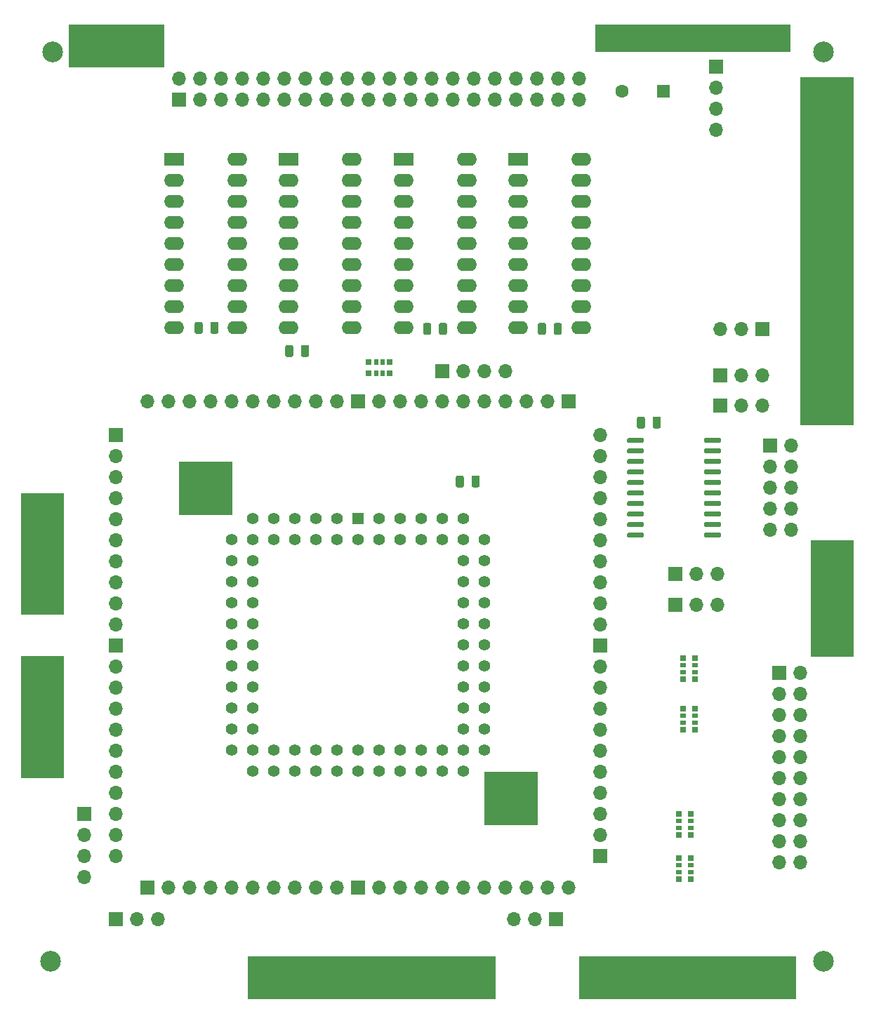
<source format=gbr>
%TF.GenerationSoftware,KiCad,Pcbnew,(5.1.10)-1*%
%TF.CreationDate,2021-06-15T10:48:06-05:00*%
%TF.ProjectId,gd MegaII proto pcb,6764204d-6567-4614-9949-2070726f746f,rev?*%
%TF.SameCoordinates,Original*%
%TF.FileFunction,Soldermask,Bot*%
%TF.FilePolarity,Negative*%
%FSLAX46Y46*%
G04 Gerber Fmt 4.6, Leading zero omitted, Abs format (unit mm)*
G04 Created by KiCad (PCBNEW (5.1.10)-1) date 2021-06-15 10:48:06*
%MOMM*%
%LPD*%
G01*
G04 APERTURE LIST*
%ADD10C,0.100000*%
%ADD11O,1.700000X1.700000*%
%ADD12R,1.700000X1.700000*%
%ADD13O,2.400000X1.600000*%
%ADD14R,2.400000X1.600000*%
%ADD15C,1.600000*%
%ADD16R,1.600000X1.600000*%
%ADD17R,0.640000X0.700000*%
%ADD18R,0.500000X0.700000*%
%ADD19R,0.700000X0.640000*%
%ADD20R,0.700000X0.500000*%
%ADD21C,1.422400*%
%ADD22R,1.422400X1.422400*%
%ADD23C,2.500000*%
G04 APERTURE END LIST*
D10*
G36*
X114300000Y-90805000D02*
G01*
X107950000Y-90805000D01*
X107950000Y-84455000D01*
X114300000Y-84455000D01*
X114300000Y-90805000D01*
G37*
X114300000Y-90805000D02*
X107950000Y-90805000D01*
X107950000Y-84455000D01*
X114300000Y-84455000D01*
X114300000Y-90805000D01*
G36*
X151130000Y-128270000D02*
G01*
X144780000Y-128270000D01*
X144780000Y-121920000D01*
X151130000Y-121920000D01*
X151130000Y-128270000D01*
G37*
X151130000Y-128270000D02*
X144780000Y-128270000D01*
X144780000Y-121920000D01*
X151130000Y-121920000D01*
X151130000Y-128270000D01*
G36*
X189230000Y-107950000D02*
G01*
X184150000Y-107950000D01*
X184150000Y-93980000D01*
X189230000Y-93980000D01*
X189230000Y-107950000D01*
G37*
X189230000Y-107950000D02*
X184150000Y-107950000D01*
X184150000Y-93980000D01*
X189230000Y-93980000D01*
X189230000Y-107950000D01*
G36*
X182245000Y-149225000D02*
G01*
X156210000Y-149225000D01*
X156210000Y-144145000D01*
X182245000Y-144145000D01*
X182245000Y-149225000D01*
G37*
X182245000Y-149225000D02*
X156210000Y-149225000D01*
X156210000Y-144145000D01*
X182245000Y-144145000D01*
X182245000Y-149225000D01*
G36*
X146050000Y-149225000D02*
G01*
X116205000Y-149225000D01*
X116205000Y-144145000D01*
X146050000Y-144145000D01*
X146050000Y-149225000D01*
G37*
X146050000Y-149225000D02*
X116205000Y-149225000D01*
X116205000Y-144145000D01*
X146050000Y-144145000D01*
X146050000Y-149225000D01*
G36*
X93980000Y-122555000D02*
G01*
X88900000Y-122555000D01*
X88900000Y-107950000D01*
X93980000Y-107950000D01*
X93980000Y-122555000D01*
G37*
X93980000Y-122555000D02*
X88900000Y-122555000D01*
X88900000Y-107950000D01*
X93980000Y-107950000D01*
X93980000Y-122555000D01*
G36*
X93980000Y-102870000D02*
G01*
X88900000Y-102870000D01*
X88900000Y-88265000D01*
X93980000Y-88265000D01*
X93980000Y-102870000D01*
G37*
X93980000Y-102870000D02*
X88900000Y-102870000D01*
X88900000Y-88265000D01*
X93980000Y-88265000D01*
X93980000Y-102870000D01*
G36*
X106045000Y-36830000D02*
G01*
X94615000Y-36830000D01*
X94615000Y-31750000D01*
X106045000Y-31750000D01*
X106045000Y-36830000D01*
G37*
X106045000Y-36830000D02*
X94615000Y-36830000D01*
X94615000Y-31750000D01*
X106045000Y-31750000D01*
X106045000Y-36830000D01*
G36*
X181610000Y-34925000D02*
G01*
X158115000Y-34925000D01*
X158115000Y-31750000D01*
X181610000Y-31750000D01*
X181610000Y-34925000D01*
G37*
X181610000Y-34925000D02*
X158115000Y-34925000D01*
X158115000Y-31750000D01*
X181610000Y-31750000D01*
X181610000Y-34925000D01*
G36*
X189230000Y-80010000D02*
G01*
X182880000Y-80010000D01*
X182880000Y-38100000D01*
X189230000Y-38100000D01*
X189230000Y-80010000D01*
G37*
X189230000Y-80010000D02*
X182880000Y-80010000D01*
X182880000Y-38100000D01*
X189230000Y-38100000D01*
X189230000Y-80010000D01*
D11*
%TO.C,J8*%
X148336000Y-139700000D03*
X150876000Y-139700000D03*
D12*
X153416000Y-139700000D03*
%TD*%
D11*
%TO.C,J6*%
X105410000Y-139700000D03*
X102870000Y-139700000D03*
D12*
X100330000Y-139700000D03*
%TD*%
D11*
%TO.C,J7*%
X156210000Y-38227000D03*
X156210000Y-40767000D03*
X153670000Y-38227000D03*
X153670000Y-40767000D03*
X151130000Y-38227000D03*
X151130000Y-40767000D03*
X148590000Y-38227000D03*
X148590000Y-40767000D03*
X146050000Y-38227000D03*
X146050000Y-40767000D03*
X143510000Y-38227000D03*
X143510000Y-40767000D03*
X140970000Y-38227000D03*
X140970000Y-40767000D03*
X138430000Y-38227000D03*
X138430000Y-40767000D03*
X135890000Y-38227000D03*
X135890000Y-40767000D03*
X133350000Y-38227000D03*
X133350000Y-40767000D03*
X130810000Y-38227000D03*
X130810000Y-40767000D03*
X128270000Y-38227000D03*
X128270000Y-40767000D03*
X125730000Y-38227000D03*
X125730000Y-40767000D03*
X123190000Y-38227000D03*
X123190000Y-40767000D03*
X120650000Y-38227000D03*
X120650000Y-40767000D03*
X118110000Y-38227000D03*
X118110000Y-40767000D03*
X115570000Y-38227000D03*
X115570000Y-40767000D03*
X113030000Y-38227000D03*
X113030000Y-40767000D03*
X110490000Y-38227000D03*
X110490000Y-40767000D03*
X107950000Y-38227000D03*
D12*
X107950000Y-40767000D03*
%TD*%
D13*
%TO.C,U7*%
X142621000Y-48006000D03*
X135001000Y-68326000D03*
X142621000Y-50546000D03*
X135001000Y-65786000D03*
X142621000Y-53086000D03*
X135001000Y-63246000D03*
X142621000Y-55626000D03*
X135001000Y-60706000D03*
X142621000Y-58166000D03*
X135001000Y-58166000D03*
X142621000Y-60706000D03*
X135001000Y-55626000D03*
X142621000Y-63246000D03*
X135001000Y-53086000D03*
X142621000Y-65786000D03*
X135001000Y-50546000D03*
X142621000Y-68326000D03*
D14*
X135001000Y-48006000D03*
%TD*%
D11*
%TO.C,JP8*%
X104140000Y-77216000D03*
X106680000Y-77216000D03*
X109220000Y-77216000D03*
X111760000Y-77216000D03*
X114300000Y-77216000D03*
X116840000Y-77216000D03*
X119380000Y-77216000D03*
X121920000Y-77216000D03*
X124460000Y-77216000D03*
X127000000Y-77216000D03*
D12*
X129540000Y-77216000D03*
%TD*%
D11*
%TO.C,J12*%
X147320000Y-73533000D03*
X144780000Y-73533000D03*
X142240000Y-73533000D03*
D12*
X139700000Y-73533000D03*
%TD*%
D11*
%TO.C,JP1*%
X96520000Y-134620000D03*
X96520000Y-132080000D03*
X96520000Y-129540000D03*
D12*
X96520000Y-127000000D03*
%TD*%
D11*
%TO.C,JP15*%
X158750000Y-81280000D03*
X158750000Y-83820000D03*
X158750000Y-86360000D03*
X158750000Y-88900000D03*
X158750000Y-91440000D03*
X158750000Y-93980000D03*
X158750000Y-96520000D03*
X158750000Y-99060000D03*
X158750000Y-101600000D03*
X158750000Y-104140000D03*
D12*
X158750000Y-106680000D03*
%TD*%
D11*
%TO.C,J11*%
X172720000Y-44450000D03*
X172720000Y-41910000D03*
X172720000Y-39370000D03*
D12*
X172720000Y-36830000D03*
%TD*%
%TO.C,C10*%
G36*
G01*
X143198000Y-87343000D02*
X143198000Y-86393000D01*
G75*
G02*
X143448000Y-86143000I250000J0D01*
G01*
X143948000Y-86143000D01*
G75*
G02*
X144198000Y-86393000I0J-250000D01*
G01*
X144198000Y-87343000D01*
G75*
G02*
X143948000Y-87593000I-250000J0D01*
G01*
X143448000Y-87593000D01*
G75*
G02*
X143198000Y-87343000I0J250000D01*
G01*
G37*
G36*
G01*
X141298000Y-87343000D02*
X141298000Y-86393000D01*
G75*
G02*
X141548000Y-86143000I250000J0D01*
G01*
X142048000Y-86143000D01*
G75*
G02*
X142298000Y-86393000I0J-250000D01*
G01*
X142298000Y-87343000D01*
G75*
G02*
X142048000Y-87593000I-250000J0D01*
G01*
X141548000Y-87593000D01*
G75*
G02*
X141298000Y-87343000I0J250000D01*
G01*
G37*
%TD*%
D15*
%TO.C,C2*%
X161370000Y-39751000D03*
D16*
X166370000Y-39751000D03*
%TD*%
D17*
%TO.C,RN9*%
X130810000Y-72452000D03*
D18*
X131680000Y-72452000D03*
D17*
X133350000Y-72452000D03*
D18*
X132480000Y-72452000D03*
D17*
X130810000Y-73852000D03*
D18*
X132480000Y-73852000D03*
X131680000Y-73852000D03*
D17*
X133350000Y-73852000D03*
%TD*%
D11*
%TO.C,JP16*%
X158750000Y-109220000D03*
X158750000Y-111760000D03*
X158750000Y-114300000D03*
X158750000Y-116840000D03*
X158750000Y-119380000D03*
X158750000Y-121920000D03*
X158750000Y-124460000D03*
X158750000Y-127000000D03*
X158750000Y-129540000D03*
D12*
X158750000Y-132080000D03*
%TD*%
D11*
%TO.C,JP12*%
X132080000Y-77216000D03*
X134620000Y-77216000D03*
X137160000Y-77216000D03*
X139700000Y-77216000D03*
X142240000Y-77216000D03*
X144780000Y-77216000D03*
X147320000Y-77216000D03*
X149860000Y-77216000D03*
X152400000Y-77216000D03*
D12*
X154940000Y-77216000D03*
%TD*%
D11*
%TO.C,JP11*%
X154940000Y-135890000D03*
X152400000Y-135890000D03*
X149860000Y-135890000D03*
X147320000Y-135890000D03*
X144780000Y-135890000D03*
X142240000Y-135890000D03*
X139700000Y-135890000D03*
X137160000Y-135890000D03*
X134620000Y-135890000D03*
X132080000Y-135890000D03*
D12*
X129540000Y-135890000D03*
%TD*%
D11*
%TO.C,JP7*%
X127000000Y-135890000D03*
X124460000Y-135890000D03*
X121920000Y-135890000D03*
X119380000Y-135890000D03*
X116840000Y-135890000D03*
X114300000Y-135890000D03*
X111760000Y-135890000D03*
X109220000Y-135890000D03*
X106680000Y-135890000D03*
D12*
X104140000Y-135890000D03*
%TD*%
D11*
%TO.C,JP4*%
X100330000Y-132080000D03*
X100330000Y-129540000D03*
X100330000Y-127000000D03*
X100330000Y-124460000D03*
X100330000Y-121920000D03*
X100330000Y-119380000D03*
X100330000Y-116840000D03*
X100330000Y-114300000D03*
X100330000Y-111760000D03*
X100330000Y-109220000D03*
D12*
X100330000Y-106680000D03*
%TD*%
D11*
%TO.C,JP3*%
X100330000Y-104140000D03*
X100330000Y-101600000D03*
X100330000Y-99060000D03*
X100330000Y-96520000D03*
X100330000Y-93980000D03*
X100330000Y-91440000D03*
X100330000Y-88900000D03*
X100330000Y-86360000D03*
X100330000Y-83820000D03*
D12*
X100330000Y-81280000D03*
%TD*%
D11*
%TO.C,J10*%
X181737000Y-92710000D03*
X179197000Y-92710000D03*
X181737000Y-90170000D03*
X179197000Y-90170000D03*
X181737000Y-87630000D03*
X179197000Y-87630000D03*
X181737000Y-85090000D03*
X179197000Y-85090000D03*
X181737000Y-82550000D03*
D12*
X179197000Y-82550000D03*
%TD*%
D19*
%TO.C,RN5*%
X169610000Y-132334000D03*
D20*
X169610000Y-134004000D03*
X169610000Y-133204000D03*
D19*
X169610000Y-134874000D03*
D20*
X168210000Y-133204000D03*
D19*
X168210000Y-132334000D03*
D20*
X168210000Y-134004000D03*
D19*
X168210000Y-134874000D03*
%TD*%
%TO.C,RN4*%
X170118000Y-114300000D03*
D20*
X170118000Y-115970000D03*
X170118000Y-115170000D03*
D19*
X170118000Y-116840000D03*
D20*
X168718000Y-115170000D03*
D19*
X168718000Y-114300000D03*
D20*
X168718000Y-115970000D03*
D19*
X168718000Y-116840000D03*
%TD*%
%TO.C,RN2*%
X169610000Y-127000000D03*
D20*
X169610000Y-128670000D03*
X169610000Y-127870000D03*
D19*
X169610000Y-129540000D03*
D20*
X168210000Y-127870000D03*
D19*
X168210000Y-127000000D03*
D20*
X168210000Y-128670000D03*
D19*
X168210000Y-129540000D03*
%TD*%
%TO.C,RN1*%
X170118000Y-108204000D03*
D20*
X170118000Y-109874000D03*
X170118000Y-109074000D03*
D19*
X170118000Y-110744000D03*
D20*
X168718000Y-109074000D03*
D19*
X168718000Y-108204000D03*
D20*
X168718000Y-109874000D03*
D19*
X168718000Y-110744000D03*
%TD*%
D11*
%TO.C,J9*%
X182880000Y-132842000D03*
X180340000Y-132842000D03*
X182880000Y-130302000D03*
X180340000Y-130302000D03*
X182880000Y-127762000D03*
X180340000Y-127762000D03*
X182880000Y-125222000D03*
X180340000Y-125222000D03*
X182880000Y-122682000D03*
X180340000Y-122682000D03*
X182880000Y-120142000D03*
X180340000Y-120142000D03*
X182880000Y-117602000D03*
X180340000Y-117602000D03*
X182880000Y-115062000D03*
X180340000Y-115062000D03*
X182880000Y-112522000D03*
X180340000Y-112522000D03*
X182880000Y-109982000D03*
D12*
X180340000Y-109982000D03*
%TD*%
D11*
%TO.C,J5*%
X178308000Y-74041000D03*
X175768000Y-74041000D03*
D12*
X173228000Y-74041000D03*
%TD*%
D11*
%TO.C,J4*%
X178308000Y-77724000D03*
X175768000Y-77724000D03*
D12*
X173228000Y-77724000D03*
%TD*%
D11*
%TO.C,J3*%
X173228000Y-68453000D03*
X175768000Y-68453000D03*
D12*
X178308000Y-68453000D03*
%TD*%
D11*
%TO.C,J2*%
X172847000Y-101727000D03*
X170307000Y-101727000D03*
D12*
X167767000Y-101727000D03*
%TD*%
D11*
%TO.C,J1*%
X172847000Y-98044000D03*
X170307000Y-98044000D03*
D12*
X167767000Y-98044000D03*
%TD*%
D13*
%TO.C,U9*%
X156464000Y-48006000D03*
X148844000Y-68326000D03*
X156464000Y-50546000D03*
X148844000Y-65786000D03*
X156464000Y-53086000D03*
X148844000Y-63246000D03*
X156464000Y-55626000D03*
X148844000Y-60706000D03*
X156464000Y-58166000D03*
X148844000Y-58166000D03*
X156464000Y-60706000D03*
X148844000Y-55626000D03*
X156464000Y-63246000D03*
X148844000Y-53086000D03*
X156464000Y-65786000D03*
X148844000Y-50546000D03*
X156464000Y-68326000D03*
D14*
X148844000Y-48006000D03*
%TD*%
%TO.C,U8*%
G36*
G01*
X164015000Y-81765000D02*
X164015000Y-82065000D01*
G75*
G02*
X163865000Y-82215000I-150000J0D01*
G01*
X162115000Y-82215000D01*
G75*
G02*
X161965000Y-82065000I0J150000D01*
G01*
X161965000Y-81765000D01*
G75*
G02*
X162115000Y-81615000I150000J0D01*
G01*
X163865000Y-81615000D01*
G75*
G02*
X164015000Y-81765000I0J-150000D01*
G01*
G37*
G36*
G01*
X164015000Y-83035000D02*
X164015000Y-83335000D01*
G75*
G02*
X163865000Y-83485000I-150000J0D01*
G01*
X162115000Y-83485000D01*
G75*
G02*
X161965000Y-83335000I0J150000D01*
G01*
X161965000Y-83035000D01*
G75*
G02*
X162115000Y-82885000I150000J0D01*
G01*
X163865000Y-82885000D01*
G75*
G02*
X164015000Y-83035000I0J-150000D01*
G01*
G37*
G36*
G01*
X164015000Y-84305000D02*
X164015000Y-84605000D01*
G75*
G02*
X163865000Y-84755000I-150000J0D01*
G01*
X162115000Y-84755000D01*
G75*
G02*
X161965000Y-84605000I0J150000D01*
G01*
X161965000Y-84305000D01*
G75*
G02*
X162115000Y-84155000I150000J0D01*
G01*
X163865000Y-84155000D01*
G75*
G02*
X164015000Y-84305000I0J-150000D01*
G01*
G37*
G36*
G01*
X164015000Y-85575000D02*
X164015000Y-85875000D01*
G75*
G02*
X163865000Y-86025000I-150000J0D01*
G01*
X162115000Y-86025000D01*
G75*
G02*
X161965000Y-85875000I0J150000D01*
G01*
X161965000Y-85575000D01*
G75*
G02*
X162115000Y-85425000I150000J0D01*
G01*
X163865000Y-85425000D01*
G75*
G02*
X164015000Y-85575000I0J-150000D01*
G01*
G37*
G36*
G01*
X164015000Y-86845000D02*
X164015000Y-87145000D01*
G75*
G02*
X163865000Y-87295000I-150000J0D01*
G01*
X162115000Y-87295000D01*
G75*
G02*
X161965000Y-87145000I0J150000D01*
G01*
X161965000Y-86845000D01*
G75*
G02*
X162115000Y-86695000I150000J0D01*
G01*
X163865000Y-86695000D01*
G75*
G02*
X164015000Y-86845000I0J-150000D01*
G01*
G37*
G36*
G01*
X164015000Y-88115000D02*
X164015000Y-88415000D01*
G75*
G02*
X163865000Y-88565000I-150000J0D01*
G01*
X162115000Y-88565000D01*
G75*
G02*
X161965000Y-88415000I0J150000D01*
G01*
X161965000Y-88115000D01*
G75*
G02*
X162115000Y-87965000I150000J0D01*
G01*
X163865000Y-87965000D01*
G75*
G02*
X164015000Y-88115000I0J-150000D01*
G01*
G37*
G36*
G01*
X164015000Y-89385000D02*
X164015000Y-89685000D01*
G75*
G02*
X163865000Y-89835000I-150000J0D01*
G01*
X162115000Y-89835000D01*
G75*
G02*
X161965000Y-89685000I0J150000D01*
G01*
X161965000Y-89385000D01*
G75*
G02*
X162115000Y-89235000I150000J0D01*
G01*
X163865000Y-89235000D01*
G75*
G02*
X164015000Y-89385000I0J-150000D01*
G01*
G37*
G36*
G01*
X164015000Y-90655000D02*
X164015000Y-90955000D01*
G75*
G02*
X163865000Y-91105000I-150000J0D01*
G01*
X162115000Y-91105000D01*
G75*
G02*
X161965000Y-90955000I0J150000D01*
G01*
X161965000Y-90655000D01*
G75*
G02*
X162115000Y-90505000I150000J0D01*
G01*
X163865000Y-90505000D01*
G75*
G02*
X164015000Y-90655000I0J-150000D01*
G01*
G37*
G36*
G01*
X164015000Y-91925000D02*
X164015000Y-92225000D01*
G75*
G02*
X163865000Y-92375000I-150000J0D01*
G01*
X162115000Y-92375000D01*
G75*
G02*
X161965000Y-92225000I0J150000D01*
G01*
X161965000Y-91925000D01*
G75*
G02*
X162115000Y-91775000I150000J0D01*
G01*
X163865000Y-91775000D01*
G75*
G02*
X164015000Y-91925000I0J-150000D01*
G01*
G37*
G36*
G01*
X164015000Y-93195000D02*
X164015000Y-93495000D01*
G75*
G02*
X163865000Y-93645000I-150000J0D01*
G01*
X162115000Y-93645000D01*
G75*
G02*
X161965000Y-93495000I0J150000D01*
G01*
X161965000Y-93195000D01*
G75*
G02*
X162115000Y-93045000I150000J0D01*
G01*
X163865000Y-93045000D01*
G75*
G02*
X164015000Y-93195000I0J-150000D01*
G01*
G37*
G36*
G01*
X173315000Y-93195000D02*
X173315000Y-93495000D01*
G75*
G02*
X173165000Y-93645000I-150000J0D01*
G01*
X171415000Y-93645000D01*
G75*
G02*
X171265000Y-93495000I0J150000D01*
G01*
X171265000Y-93195000D01*
G75*
G02*
X171415000Y-93045000I150000J0D01*
G01*
X173165000Y-93045000D01*
G75*
G02*
X173315000Y-93195000I0J-150000D01*
G01*
G37*
G36*
G01*
X173315000Y-91925000D02*
X173315000Y-92225000D01*
G75*
G02*
X173165000Y-92375000I-150000J0D01*
G01*
X171415000Y-92375000D01*
G75*
G02*
X171265000Y-92225000I0J150000D01*
G01*
X171265000Y-91925000D01*
G75*
G02*
X171415000Y-91775000I150000J0D01*
G01*
X173165000Y-91775000D01*
G75*
G02*
X173315000Y-91925000I0J-150000D01*
G01*
G37*
G36*
G01*
X173315000Y-90655000D02*
X173315000Y-90955000D01*
G75*
G02*
X173165000Y-91105000I-150000J0D01*
G01*
X171415000Y-91105000D01*
G75*
G02*
X171265000Y-90955000I0J150000D01*
G01*
X171265000Y-90655000D01*
G75*
G02*
X171415000Y-90505000I150000J0D01*
G01*
X173165000Y-90505000D01*
G75*
G02*
X173315000Y-90655000I0J-150000D01*
G01*
G37*
G36*
G01*
X173315000Y-89385000D02*
X173315000Y-89685000D01*
G75*
G02*
X173165000Y-89835000I-150000J0D01*
G01*
X171415000Y-89835000D01*
G75*
G02*
X171265000Y-89685000I0J150000D01*
G01*
X171265000Y-89385000D01*
G75*
G02*
X171415000Y-89235000I150000J0D01*
G01*
X173165000Y-89235000D01*
G75*
G02*
X173315000Y-89385000I0J-150000D01*
G01*
G37*
G36*
G01*
X173315000Y-88115000D02*
X173315000Y-88415000D01*
G75*
G02*
X173165000Y-88565000I-150000J0D01*
G01*
X171415000Y-88565000D01*
G75*
G02*
X171265000Y-88415000I0J150000D01*
G01*
X171265000Y-88115000D01*
G75*
G02*
X171415000Y-87965000I150000J0D01*
G01*
X173165000Y-87965000D01*
G75*
G02*
X173315000Y-88115000I0J-150000D01*
G01*
G37*
G36*
G01*
X173315000Y-86845000D02*
X173315000Y-87145000D01*
G75*
G02*
X173165000Y-87295000I-150000J0D01*
G01*
X171415000Y-87295000D01*
G75*
G02*
X171265000Y-87145000I0J150000D01*
G01*
X171265000Y-86845000D01*
G75*
G02*
X171415000Y-86695000I150000J0D01*
G01*
X173165000Y-86695000D01*
G75*
G02*
X173315000Y-86845000I0J-150000D01*
G01*
G37*
G36*
G01*
X173315000Y-85575000D02*
X173315000Y-85875000D01*
G75*
G02*
X173165000Y-86025000I-150000J0D01*
G01*
X171415000Y-86025000D01*
G75*
G02*
X171265000Y-85875000I0J150000D01*
G01*
X171265000Y-85575000D01*
G75*
G02*
X171415000Y-85425000I150000J0D01*
G01*
X173165000Y-85425000D01*
G75*
G02*
X173315000Y-85575000I0J-150000D01*
G01*
G37*
G36*
G01*
X173315000Y-84305000D02*
X173315000Y-84605000D01*
G75*
G02*
X173165000Y-84755000I-150000J0D01*
G01*
X171415000Y-84755000D01*
G75*
G02*
X171265000Y-84605000I0J150000D01*
G01*
X171265000Y-84305000D01*
G75*
G02*
X171415000Y-84155000I150000J0D01*
G01*
X173165000Y-84155000D01*
G75*
G02*
X173315000Y-84305000I0J-150000D01*
G01*
G37*
G36*
G01*
X173315000Y-83035000D02*
X173315000Y-83335000D01*
G75*
G02*
X173165000Y-83485000I-150000J0D01*
G01*
X171415000Y-83485000D01*
G75*
G02*
X171265000Y-83335000I0J150000D01*
G01*
X171265000Y-83035000D01*
G75*
G02*
X171415000Y-82885000I150000J0D01*
G01*
X173165000Y-82885000D01*
G75*
G02*
X173315000Y-83035000I0J-150000D01*
G01*
G37*
G36*
G01*
X173315000Y-81765000D02*
X173315000Y-82065000D01*
G75*
G02*
X173165000Y-82215000I-150000J0D01*
G01*
X171415000Y-82215000D01*
G75*
G02*
X171265000Y-82065000I0J150000D01*
G01*
X171265000Y-81765000D01*
G75*
G02*
X171415000Y-81615000I150000J0D01*
G01*
X173165000Y-81615000D01*
G75*
G02*
X173315000Y-81765000I0J-150000D01*
G01*
G37*
%TD*%
D13*
%TO.C,U4*%
X114935000Y-48006000D03*
X107315000Y-68326000D03*
X114935000Y-50546000D03*
X107315000Y-65786000D03*
X114935000Y-53086000D03*
X107315000Y-63246000D03*
X114935000Y-55626000D03*
X107315000Y-60706000D03*
X114935000Y-58166000D03*
X107315000Y-58166000D03*
X114935000Y-60706000D03*
X107315000Y-55626000D03*
X114935000Y-63246000D03*
X107315000Y-53086000D03*
X114935000Y-65786000D03*
X107315000Y-50546000D03*
X114935000Y-68326000D03*
D14*
X107315000Y-48006000D03*
%TD*%
D13*
%TO.C,U2*%
X128778000Y-48006000D03*
X121158000Y-68326000D03*
X128778000Y-50546000D03*
X121158000Y-65786000D03*
X128778000Y-53086000D03*
X121158000Y-63246000D03*
X128778000Y-55626000D03*
X121158000Y-60706000D03*
X128778000Y-58166000D03*
X121158000Y-58166000D03*
X128778000Y-60706000D03*
X121158000Y-55626000D03*
X128778000Y-63246000D03*
X121158000Y-53086000D03*
X128778000Y-65786000D03*
X121158000Y-50546000D03*
X128778000Y-68326000D03*
D14*
X121158000Y-48006000D03*
%TD*%
D21*
%TO.C,U1*%
X144780000Y-96393000D03*
X144780000Y-98933000D03*
X144780000Y-101473000D03*
X144780000Y-104013000D03*
X144780000Y-106553000D03*
X144780000Y-109093000D03*
X144780000Y-111633000D03*
X144780000Y-114173000D03*
X144780000Y-116713000D03*
X144780000Y-119253000D03*
X142240000Y-96393000D03*
X142240000Y-98933000D03*
X142240000Y-101473000D03*
X142240000Y-104013000D03*
X142240000Y-106553000D03*
X142240000Y-109093000D03*
X142240000Y-111633000D03*
X142240000Y-114173000D03*
X142240000Y-116713000D03*
X142240000Y-119253000D03*
X142240000Y-121793000D03*
X139700000Y-121793000D03*
X137160000Y-121793000D03*
X134620000Y-121793000D03*
X132080000Y-121793000D03*
X129540000Y-121793000D03*
X127000000Y-121793000D03*
X124460000Y-121793000D03*
X121920000Y-121793000D03*
X119380000Y-121793000D03*
X116840000Y-121793000D03*
X139700000Y-119253000D03*
X137160000Y-119253000D03*
X134620000Y-119253000D03*
X132080000Y-119253000D03*
X129540000Y-119253000D03*
X127000000Y-119253000D03*
X124460000Y-119253000D03*
X121920000Y-119253000D03*
X119380000Y-119253000D03*
X116840000Y-119253000D03*
X114300000Y-119253000D03*
X114300000Y-116713000D03*
X114300000Y-114173000D03*
X114300000Y-111633000D03*
X114300000Y-109093000D03*
X114300000Y-106553000D03*
X114300000Y-104013000D03*
X114300000Y-101473000D03*
X114300000Y-98933000D03*
X114300000Y-96393000D03*
X114300000Y-93853000D03*
X116840000Y-116713000D03*
X116840000Y-114173000D03*
X116840000Y-111633000D03*
X116840000Y-109093000D03*
X116840000Y-106553000D03*
X116840000Y-104013000D03*
X116840000Y-101473000D03*
X116840000Y-98933000D03*
X116840000Y-96393000D03*
X116840000Y-93853000D03*
X142240000Y-91313000D03*
X139700000Y-91313000D03*
X137160000Y-91313000D03*
X134620000Y-91313000D03*
X132080000Y-91313000D03*
X116840000Y-91313000D03*
X119380000Y-91313000D03*
X121920000Y-91313000D03*
X124460000Y-91313000D03*
X127000000Y-91313000D03*
D22*
X129540000Y-91313000D03*
D21*
X144780000Y-93853000D03*
X142240000Y-93853000D03*
X139700000Y-93853000D03*
X137160000Y-93853000D03*
X134620000Y-93853000D03*
X132080000Y-93853000D03*
X119380000Y-93853000D03*
X121920000Y-93853000D03*
X124460000Y-93853000D03*
X127000000Y-93853000D03*
X129540000Y-93853000D03*
%TD*%
D23*
%TO.C,H4*%
X92456000Y-144780000D03*
%TD*%
%TO.C,H3*%
X92646500Y-35052000D03*
%TD*%
%TO.C,H2*%
X185674000Y-35052000D03*
%TD*%
%TO.C,H1*%
X185674000Y-144780000D03*
%TD*%
%TO.C,C9*%
G36*
G01*
X153104000Y-68928000D02*
X153104000Y-67978000D01*
G75*
G02*
X153354000Y-67728000I250000J0D01*
G01*
X153854000Y-67728000D01*
G75*
G02*
X154104000Y-67978000I0J-250000D01*
G01*
X154104000Y-68928000D01*
G75*
G02*
X153854000Y-69178000I-250000J0D01*
G01*
X153354000Y-69178000D01*
G75*
G02*
X153104000Y-68928000I0J250000D01*
G01*
G37*
G36*
G01*
X151204000Y-68928000D02*
X151204000Y-67978000D01*
G75*
G02*
X151454000Y-67728000I250000J0D01*
G01*
X151954000Y-67728000D01*
G75*
G02*
X152204000Y-67978000I0J-250000D01*
G01*
X152204000Y-68928000D01*
G75*
G02*
X151954000Y-69178000I-250000J0D01*
G01*
X151454000Y-69178000D01*
G75*
G02*
X151204000Y-68928000I0J250000D01*
G01*
G37*
%TD*%
%TO.C,C8*%
G36*
G01*
X165042000Y-80231000D02*
X165042000Y-79281000D01*
G75*
G02*
X165292000Y-79031000I250000J0D01*
G01*
X165792000Y-79031000D01*
G75*
G02*
X166042000Y-79281000I0J-250000D01*
G01*
X166042000Y-80231000D01*
G75*
G02*
X165792000Y-80481000I-250000J0D01*
G01*
X165292000Y-80481000D01*
G75*
G02*
X165042000Y-80231000I0J250000D01*
G01*
G37*
G36*
G01*
X163142000Y-80231000D02*
X163142000Y-79281000D01*
G75*
G02*
X163392000Y-79031000I250000J0D01*
G01*
X163892000Y-79031000D01*
G75*
G02*
X164142000Y-79281000I0J-250000D01*
G01*
X164142000Y-80231000D01*
G75*
G02*
X163892000Y-80481000I-250000J0D01*
G01*
X163392000Y-80481000D01*
G75*
G02*
X163142000Y-80231000I0J250000D01*
G01*
G37*
%TD*%
%TO.C,C7*%
G36*
G01*
X111702000Y-68801000D02*
X111702000Y-67851000D01*
G75*
G02*
X111952000Y-67601000I250000J0D01*
G01*
X112452000Y-67601000D01*
G75*
G02*
X112702000Y-67851000I0J-250000D01*
G01*
X112702000Y-68801000D01*
G75*
G02*
X112452000Y-69051000I-250000J0D01*
G01*
X111952000Y-69051000D01*
G75*
G02*
X111702000Y-68801000I0J250000D01*
G01*
G37*
G36*
G01*
X109802000Y-68801000D02*
X109802000Y-67851000D01*
G75*
G02*
X110052000Y-67601000I250000J0D01*
G01*
X110552000Y-67601000D01*
G75*
G02*
X110802000Y-67851000I0J-250000D01*
G01*
X110802000Y-68801000D01*
G75*
G02*
X110552000Y-69051000I-250000J0D01*
G01*
X110052000Y-69051000D01*
G75*
G02*
X109802000Y-68801000I0J250000D01*
G01*
G37*
%TD*%
%TO.C,C6*%
G36*
G01*
X139261000Y-68928000D02*
X139261000Y-67978000D01*
G75*
G02*
X139511000Y-67728000I250000J0D01*
G01*
X140011000Y-67728000D01*
G75*
G02*
X140261000Y-67978000I0J-250000D01*
G01*
X140261000Y-68928000D01*
G75*
G02*
X140011000Y-69178000I-250000J0D01*
G01*
X139511000Y-69178000D01*
G75*
G02*
X139261000Y-68928000I0J250000D01*
G01*
G37*
G36*
G01*
X137361000Y-68928000D02*
X137361000Y-67978000D01*
G75*
G02*
X137611000Y-67728000I250000J0D01*
G01*
X138111000Y-67728000D01*
G75*
G02*
X138361000Y-67978000I0J-250000D01*
G01*
X138361000Y-68928000D01*
G75*
G02*
X138111000Y-69178000I-250000J0D01*
G01*
X137611000Y-69178000D01*
G75*
G02*
X137361000Y-68928000I0J250000D01*
G01*
G37*
%TD*%
%TO.C,C5*%
G36*
G01*
X122624000Y-71595000D02*
X122624000Y-70645000D01*
G75*
G02*
X122874000Y-70395000I250000J0D01*
G01*
X123374000Y-70395000D01*
G75*
G02*
X123624000Y-70645000I0J-250000D01*
G01*
X123624000Y-71595000D01*
G75*
G02*
X123374000Y-71845000I-250000J0D01*
G01*
X122874000Y-71845000D01*
G75*
G02*
X122624000Y-71595000I0J250000D01*
G01*
G37*
G36*
G01*
X120724000Y-71595000D02*
X120724000Y-70645000D01*
G75*
G02*
X120974000Y-70395000I250000J0D01*
G01*
X121474000Y-70395000D01*
G75*
G02*
X121724000Y-70645000I0J-250000D01*
G01*
X121724000Y-71595000D01*
G75*
G02*
X121474000Y-71845000I-250000J0D01*
G01*
X120974000Y-71845000D01*
G75*
G02*
X120724000Y-71595000I0J250000D01*
G01*
G37*
%TD*%
M02*

</source>
